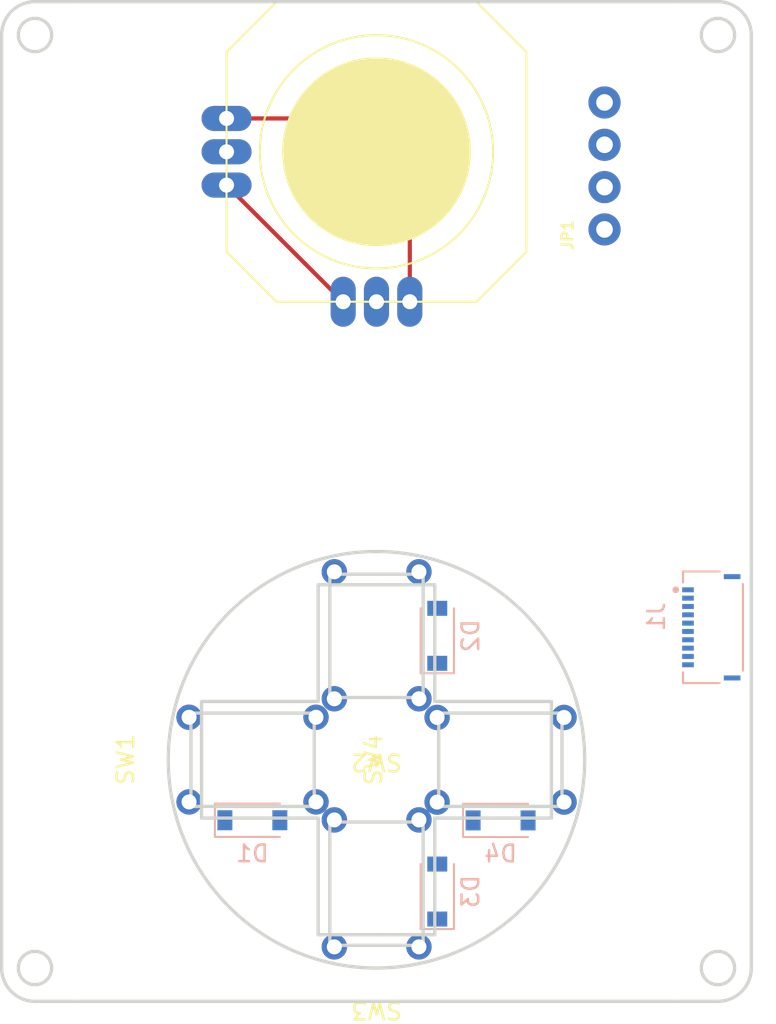
<source format=kicad_pcb>
(kicad_pcb (version 20211014) (generator pcbnew)
  (layers (0 "F.Cu" signal) (31 "B.Cu" signal) (34 "B.Paste" user) (35 "F.Paste" user) (36 "B.SilkS" user "B.Silkscreen") (37 "F.SilkS" user "F.Silkscreen") (38 "B.Mask" user) (39 "F.Mask" user) (44 "Edge.Cuts" user))
  (net 0 "")
  (net 1 "/Row2")
  (net 2 "Net-(D1-Pad2)")
  (net 3 "/Row1")
  (net 4 "Net-(D2-Pad2)")
  (net 5 "Net-(D3-Pad2)")
  (net 6 "Net-(D4-Pad2)")
  (net 7 "/Col0")
  (net 8 "/Col1")
  (net 9 "/Col2")
  (net 10 "/XOUT")
  (net 11 "3.3V")
  (net 12 "GND")
  (net 13 "/YOUT")
  (net 24 "Net-(J1-PadS1)")
  (footprint "Adafruit Mini Analog Thumbstick:1X04_ROUND_76" (layer "F.Cu") (at 156.76 89.2 90)
    (fp_text reference "JP1" (at -5.1562 -1.8288 90) (layer "F.SilkS") (effects (font (size 0.666496 0.666496) (thickness 0.146304)) (justify left bottom)))
    (fp_text value "")
    (pad "1" thru_hole circle (at -3.81 0 180) (size 1.9304 1.9304) (drill 1) (layers *.Cu *.Mask))
    (pad "2" thru_hole circle (at -1.27 0 180) (size 1.9304 1.9304) (drill 1) (layers *.Cu *.Mask))
    (pad "3" thru_hole circle (at 1.27 0 180) (size 1.9304 1.9304) (drill 1) (layers *.Cu *.Mask))
    (pad "4" thru_hole circle (at 3.81 0 180) (size 1.9304 1.9304) (drill 1) (layers *.Cu *.Mask))
  )
  (footprint "Adafruit_Thumbstick:JOYSTICK_ANALOG_MINITHM" (layer "F.Cu") (at 143.07 88.35 180)
    (fp_text reference "JOY1" (at 0 0) (layer "F.SilkS") (effects (font (size 1.27 1.27))))
    (fp_text value "JOYSTICK_ANALOG_XY")
    (fp_line (start -6 9) (end -9 6) (layer "F.SilkS") (width 0.127))
    (fp_line (start -6 -9) (end 6 -9) (layer "F.SilkS") (width 0.127))
    (fp_line (start -9 -6) (end -6 -9) (layer "F.SilkS") (width 0.127))
    (fp_line (start -9 6) (end -9 -6) (layer "F.SilkS") (width 0.127))
    (fp_line (start 6 9) (end -6 9) (layer "F.SilkS") (width 0.127))
    (fp_line (start 9 -6) (end 9 6) (layer "F.SilkS") (width 0.127))
    (fp_line (start 9 6) (end 6 9) (layer "F.SilkS") (width 0.127))
    (fp_line (start 6 -9) (end 9 -6) (layer "F.SilkS") (width 0.127))
    (fp_circle (center 0 0) (end 7 0) (layer "F.SilkS") (width 0.127) (fill none))
    (fp_poly (pts (xy 0.467692 -5.64421) (xy 0.932191 -5.58631) (xy 1.390321 -5.490251) (xy 1.838953 -5.356688) (xy 2.275024 -5.186532) (xy 2.695554 -4.980947) (xy 3.097671 -4.741338) (xy 3.478627 -4.46934) (xy 3.835821 -4.166812) (xy 4.166812 -3.835821) (xy 4.46934 -3.478627) (xy 4.741338 -3.097671) (xy 4.980947 -2.695554) (xy 5.186532 -2.275024) (xy 5.356688 -1.838953) (xy 5.490251 -1.390321) (xy 5.586581 -0.930903) (xy 5.663609 -0.001315) (xy 5.64421 0.467692) (xy 5.58631 0.932191) (xy 5.490251 1.390321) (xy 5.356688 1.838953) (xy 5.186532 2.275024) (xy 4.980947 2.695554) (xy 4.741338 3.097671) (xy 4.46934 3.478627) (xy 4.166812 3.835821) (xy 3.835821 4.166812) (xy 3.478627 4.46934) (xy 3.097671 4.741338) (xy 2.695554 4.980947) (xy 2.275024 5.186532) (xy 1.838953 5.356688) (xy 1.390321 5.490251) (xy 0.932191 5.58631) (xy 0.467692 5.64421) (xy 0 5.663554) (xy -0.467692 5.64421) (xy -0.932191 5.58631) (xy -1.390321 5.490251) (xy -1.838953 5.356688) (xy -2.275024 5.186532) (xy -2.695554 4.980947) (xy -3.097671 4.741338) (xy -3.478627 4.46934) (xy -3.835821 4.166812) (xy -4.166812 3.835821) (xy -4.46934 3.478627) (xy -4.741338 3.097671) (xy -4.980947 2.695554) (xy -5.186532 2.275024) (xy -5.356688 1.838953) (xy -5.490251 1.390321) (xy -5.58631 0.932191) (xy -5.64421 0.467692) (xy -5.663554 0) (xy -5.64421 -0.467692) (xy -5.58631 -0.932191) (xy -5.490251 -1.390321) (xy -5.356688 -1.838953) (xy -5.186532 -2.275024) (xy -4.980947 -2.695554) (xy -4.741338 -3.097671) (xy -4.46934 -3.478627) (xy -4.166812 -3.835821) (xy -3.835821 -4.166812) (xy -3.478627 -4.46934) (xy -3.097671 -4.741338) (xy -2.695554 -4.980947) (xy -2.275024 -5.186532) (xy -1.838953 -5.356688) (xy -1.390321 -5.490251) (xy -0.932191 -5.58631) (xy -0.467692 -5.64421) (xy 0 -5.663554)) (layer "F.SilkS") (width 0) (fill solid))
    (pad "" np_thru_hole circle (at -6 -6 180) (size 1.6 1.6) (drill 1.6) (layers *.Cu *.Mask))
    (pad "" np_thru_hole circle (at 6 6 180) (size 1.6 1.6) (drill 1.6) (layers *.Cu *.Mask))
    (pad "X" thru_hole oval (at 0 -9 270) (size 3 1.5) (drill 0.9) (layers *.Cu *.Mask) (net 10 "/XOUT"))
    (pad "X+" thru_hole oval (at 2 -9 270) (size 3 1.5) (drill 0.9) (layers *.Cu *.Mask) (net 11 "3.3V"))
    (pad "X-" thru_hole oval (at -2 -9 270) (size 3 1.5) (drill 0.9) (layers *.Cu *.Mask) (net 12 "GND"))
    (pad "Y" thru_hole oval (at 9 0 180) (size 3 1.5) (drill 0.9) (layers *.Cu *.Mask) (net 13 "/YOUT"))
    (pad "Y+" thru_hole oval (at 9 -2 180) (size 3 1.5) (drill 0.9) (layers *.Cu *.Mask) (net 11 "3.3V"))
    (pad "Y-" thru_hole oval (at 9 2 180) (size 3 1.5) (drill 0.9) (layers *.Cu *.Mask) (net 12 "GND"))
  )
  (footprint "KSA_Switch:KSA1M331LFT" (layer "F.Cu") (at 135.63 124.83 90)
    (fp_text reference "SW1" (at 0 -7.62 90 unlocked) (layer "F.SilkS"))
    (fp_text value "SW_SPST")
    (pad "1" thru_hole circle (at -2.54 -3.81 90) (size 1.524 1.524) (drill 0.9) (layers *.Cu *.Mask) (net 2 "Net-(D1-Pad2)"))
    (pad "1" thru_hole circle (at -2.54 3.81 90) (size 1.524 1.524) (drill 0.9) (layers *.Cu *.Mask) (net 2 "Net-(D1-Pad2)"))
    (pad "2" thru_hole circle (at 2.54 3.81 90) (size 1.524 1.524) (drill 0.9) (layers *.Cu *.Mask) (net 7 "/Col0"))
    (pad "2" thru_hole circle (at 2.54 -3.81 90) (size 1.524 1.524) (drill 0.9) (layers *.Cu *.Mask) (net 7 "/Col0"))
  )
  (footprint "KSA_Switch:KSA1M331LFT" (layer "F.Cu") (at 143.08 132.26 180)
    (fp_text reference "SW3" (at 0 -7.62 180 unlocked) (layer "F.SilkS"))
    (fp_text value "SW_SPST")
    (pad "1" thru_hole circle (at -2.54 -3.81 180) (size 1.524 1.524) (drill 0.9) (layers *.Cu *.Mask) (net 5 "Net-(D3-Pad2)"))
    (pad "1" thru_hole circle (at -2.54 3.81 180) (size 1.524 1.524) (drill 0.9) (layers *.Cu *.Mask) (net 5 "Net-(D3-Pad2)"))
    (pad "2" thru_hole circle (at 2.54 3.81 180) (size 1.524 1.524) (drill 0.9) (layers *.Cu *.Mask) (net 8 "/Col1"))
    (pad "2" thru_hole circle (at 2.54 -3.81 180) (size 1.524 1.524) (drill 0.9) (layers *.Cu *.Mask) (net 8 "/Col1"))
  )
  (footprint "KSA_Switch:KSA1M331LFT" (layer "F.Cu") (at 150.52 124.84 90)
    (fp_text reference "SW4" (at 0 -7.62 90 unlocked) (layer "F.SilkS"))
    (fp_text value "SW_SPST")
    (pad "1" thru_hole circle (at -2.54 -3.81 90) (size 1.524 1.524) (drill 0.9) (layers *.Cu *.Mask) (net 6 "Net-(D4-Pad2)"))
    (pad "1" thru_hole circle (at -2.54 3.81 90) (size 1.524 1.524) (drill 0.9) (layers *.Cu *.Mask) (net 6 "Net-(D4-Pad2)"))
    (pad "2" thru_hole circle (at 2.54 -3.81 90) (size 1.524 1.524) (drill 0.9) (layers *.Cu *.Mask) (net 9 "/Col2"))
    (pad "2" thru_hole circle (at 2.54 3.81 90) (size 1.524 1.524) (drill 0.9) (layers *.Cu *.Mask) (net 9 "/Col2"))
  )
  (footprint "KSA_Switch:KSA1M331LFT" (layer "F.Cu") (at 143.08 117.37 180)
    (fp_text reference "SW2" (at 0 -7.62 180 unlocked) (layer "F.SilkS"))
    (fp_text value "SW_SPST")
    (pad "1" thru_hole circle (at -2.54 3.81 180) (size 1.524 1.524) (drill 0.9) (layers *.Cu *.Mask) (net 4 "Net-(D2-Pad2)"))
    (pad "1" thru_hole circle (at -2.54 -3.81 180) (size 1.524 1.524) (drill 0.9) (layers *.Cu *.Mask) (net 4 "Net-(D2-Pad2)"))
    (pad "2" thru_hole circle (at 2.54 -3.81 180) (size 1.524 1.524) (drill 0.9) (layers *.Cu *.Mask) (net 8 "/Col1"))
    (pad "2" thru_hole circle (at 2.54 3.81 180) (size 1.524 1.524) (drill 0.9) (layers *.Cu *.Mask) (net 8 "/Col1"))
  )
  (footprint "5034801000:MOLEX_5034801000" (layer "B.Cu") (at 161.77 116.89 -90)
    (fp_text reference "J1" (at -0.635 1.905 90) (layer "B.SilkS") (effects (justify mirror)))
    (fp_text value "5034801000")
    (fp_line (start 2.7 0.3) (end 3.35 0.3) (layer "B.SilkS") (width 0.127))
    (fp_line (start -2.7 0.3) (end -3.35 0.3) (layer "B.SilkS") (width 0.127))
    (fp_line (start 3.35 0.3) (end 3.35 -1.9) (layer "B.SilkS") (width 0.127))
    (fp_line (start -3.35 0.3) (end -3.35 -1.9) (layer "B.SilkS") (width 0.127))
    (fp_line (start -2.6 -3.3) (end 2.6 -3.3) (layer "B.SilkS") (width 0.127))
    (fp_circle (center -2.255 0.735) (end -2.155 0.735) (layer "B.SilkS") (width 0.2) (fill none))
    (pad "1" smd rect locked (at -2.25 0 270) (size 0.3 0.7) (layers "B.Cu" "B.Paste" "B.Mask"))
    (pad "2" smd rect locked (at -1.75 0 270) (size 0.3 0.7) (layers "B.Cu" "B.Paste" "B.Mask"))
    (pad "3" smd rect locked (at -1.25 0 270) (size 0.3 0.7) (layers "B.Cu" "B.Paste" "B.Mask"))
    (pad "4" smd rect locked (at -0.75 0 270) (size 0.3 0.7) (layers "B.Cu" "B.Paste" "B.Mask"))
    (pad "5" smd rect locked (at -0.25 0 270) (size 0.3 0.7) (layers "B.Cu" "B.Paste" "B.Mask"))
    (pad "6" smd rect locked (at 0.25 0 270) (size 0.3 0.7) (layers "B.Cu" "B.Paste" "B.Mask"))
    (pad "7" smd rect locked (at 0.75 0 270) (size 0.3 0.7) (layers "B.Cu" "B.Paste" "B.Mask"))
    (pad "8" smd rect locked (at 1.25 0 270) (size 0.3 0.7) (layers "B.Cu" "B.Paste" "B.Mask"))
    (pad "9" smd rect locked (at 1.75 0 270) (size 0.3 0.7) (layers "B.Cu" "B.Paste" "B.Mask"))
    (pad "10" smd rect locked (at 2.25 0 270) (size 0.3 0.7) (layers "B.Cu" "B.Paste" "B.Mask"))
    (pad "S1" smd rect locked (at -3.04 -2.65 270) (size 0.3 1) (layers "B.Cu" "B.Paste" "B.Mask") (net 24 "Net-(J1-PadS1)"))
    (pad "S2" smd rect locked (at 3.04 -2.65 270) (size 0.3 1) (layers "B.Cu" "B.Paste" "B.Mask") (net 24 "Net-(J1-PadS1)"))
  )
  (footprint "Diode_SMD:D_SOD-123" (layer "B.Cu") (at 146.72 132.75 90)
    (fp_text reference "D3" (at 0 2 90) (layer "B.SilkS") (effects (justify mirror)))
    (fp_text value "D_Small")
    (fp_line (start -2.25 1) (end 1.65 1) (layer "B.SilkS") (width 0.12))
    (fp_line (start -2.25 -1) (end 1.65 -1) (layer "B.SilkS") (width 0.12))
    (fp_line (start -2.25 1) (end -2.25 -1) (layer "B.SilkS") (width 0.12))
    (pad "1" smd rect (at -1.65 0 90) (size 0.9 1.2) (layers "B.Cu" "B.Paste" "B.Mask") (net 1 "/Row2"))
    (pad "2" smd rect (at 1.65 0 90) (size 0.9 1.2) (layers "B.Cu" "B.Paste" "B.Mask") (net 5 "Net-(D3-Pad2)"))
  )
  (footprint "Diode_SMD:D_SOD-123" (layer "B.Cu") (at 146.72 117.4 90)
    (fp_text reference "D2" (at 0 2 90) (layer "B.SilkS") (effects (justify mirror)))
    (fp_text value "D_Small")
    (fp_line (start -2.25 1) (end -2.25 -1) (layer "B.SilkS") (width 0.12))
    (fp_line (start -2.25 1) (end 1.65 1) (layer "B.SilkS") (width 0.12))
    (fp_line (start -2.25 -1) (end 1.65 -1) (layer "B.SilkS") (width 0.12))
    (pad "1" smd rect (at -1.65 0 90) (size 0.9 1.2) (layers "B.Cu" "B.Paste" "B.Mask") (net 3 "/Row1"))
    (pad "2" smd rect (at 1.65 0 90) (size 0.9 1.2) (layers "B.Cu" "B.Paste" "B.Mask") (net 4 "Net-(D2-Pad2)"))
  )
  (footprint "Diode_SMD:D_SOD-123" (layer "B.Cu") (at 150.52 128.48)
    (fp_text reference "D4" (at 0 2) (layer "B.SilkS") (effects (justify mirror)))
    (fp_text value "D_Small")
    (fp_line (start -2.25 -1) (end 1.65 -1) (layer "B.SilkS") (width 0.12))
    (fp_line (start -2.25 1) (end 1.65 1) (layer "B.SilkS") (width 0.12))
    (fp_line (start -2.25 1) (end -2.25 -1) (layer "B.SilkS") (width 0.12))
    (pad "1" smd rect (at -1.65 0) (size 0.9 1.2) (layers "B.Cu" "B.Paste" "B.Mask") (net 1 "/Row2"))
    (pad "2" smd rect (at 1.65 0) (size 0.9 1.2) (layers "B.Cu" "B.Paste" "B.Mask") (net 6 "Net-(D4-Pad2)"))
  )
  (footprint "Diode_SMD:D_SOD-123" (layer "B.Cu") (at 135.62 128.47)
    (fp_text reference "D1" (at 0 2) (layer "B.SilkS") (effects (justify mirror)))
    (fp_text value "D_Small")
    (fp_line (start -2.25 1) (end 1.65 1) (layer "B.SilkS") (width 0.12))
    (fp_line (start -2.25 -1) (end 1.65 -1) (layer "B.SilkS") (width 0.12))
    (fp_line (start -2.25 1) (end -2.25 -1) (layer "B.SilkS") (width 0.12))
    (pad "1" smd rect (at -1.65 0) (size 0.9 1.2) (layers "B.Cu" "B.Paste" "B.Mask") (net 1 "/Row2"))
    (pad "2" smd rect (at 1.65 0) (size 0.9 1.2) (layers "B.Cu" "B.Paste" "B.Mask") (net 2 "Net-(D1-Pad2)"))
  )
  (gr_arc (start 165.57 137.34) (mid 164.984227 138.754245) (end 163.57 139.34) (layer "Edge.Cuts") (width 0.2))
  (gr_line (start 131.933166 127.6405) (end 131.933166 122.0395) (layer "Edge.Cuts") (width 0.2))
  (gr_line (start 125.07 139.34) (end 122.57 139.34) (layer "Edge.Cuts") (width 0.2))
  (gr_line (start 154.206834 127.6405) (end 146.806834 127.6405) (layer "Edge.Cuts") (width 0.2))
  (gr_circle (center 163.57 81.34) (end 164.57 81.34) (layer "Edge.Cuts") (width 0.2) (fill none))
  (gr_line (start 125.07 139.34) (end 161.07 139.34) (layer "Edge.Cuts") (width 0.2))
  (gr_line (start 146.57 128.34) (end 153.57 128.34) (layer "Edge.Cuts") (width 0.2))
  (gr_line (start 132.57 128.34) (end 139.57 128.34) (layer "Edge.Cuts") (width 0.2))
  (gr_line (start 139.57 128.34) (end 139.57 135.34) (layer "Edge.Cuts") (width 0.2))
  (gr_line (start 145.8705 135.976834) (end 140.2695 135.976834) (layer "Edge.Cuts") (width 0.2))
  (gr_line (start 165.57 137.34) (end 165.57 81.34) (layer "Edge.Cuts") (width 0.2))
  (gr_line (start 139.333166 122.0395) (end 139.333166 127.6405) (layer "Edge.Cuts") (width 0.2))
  (gr_line (start 146.806834 122.0395) (end 154.206834 122.0395) (layer "Edge.Cuts") (width 0.2))
  (gr_line (start 139.57 114.34) (end 139.57 121.34) (layer "Edge.Cuts") (width 0.2))
  (gr_arc (start 163.57 79.34) (mid 164.98421 79.925793) (end 165.57 81.34) (layer "Edge.Cuts") (width 0.2))
  (gr_line (start 161.07 79.34) (end 163.57 79.34) (layer "Edge.Cuts") (width 0.2))
  (gr_line (start 143.07 135.34) (end 139.57 135.34) (layer "Edge.Cuts") (width 0.2))
  (gr_line (start 146.57 128.34) (end 146.57 135.34) (layer "Edge.Cuts") (width 0.2))
  (gr_line (start 154.206834 122.0395) (end 154.206834 127.6405) (layer "Edge.Cuts") (width 0.2))
  (gr_line (start 132.57 124.84) (end 132.57 121.34) (layer "Edge.Cuts") (width 0.2))
  (gr_line (start 139.333166 127.6405) (end 131.933166 127.6405) (layer "Edge.Cuts") (width 0.2))
  (gr_line (start 143.07 114.34) (end 139.57 114.34) (layer "Edge.Cuts") (width 0.2))
  (gr_line (start 145.8705 128.576834) (end 145.8705 135.976834) (layer "Edge.Cuts") (width 0.2))
  (gr_arc (start 120.57 81.34) (mid 121.1558 79.925818) (end 122.57 79.34) (layer "Edge.Cuts") (width 0.2))
  (gr_arc (start 122.57 139.34) (mid 121.155783 138.75422) (end 120.57 137.34) (layer "Edge.Cuts") (width 0.2))
  (gr_line (start 146.57 121.34) (end 153.57 121.34) (layer "Edge.Cuts") (width 0.2))
  (gr_circle (center 122.57 81.34) (end 123.57 81.34) (layer "Edge.Cuts") (width 0.2) (fill none))
  (gr_line (start 146.57 114.34) (end 146.57 121.34) (layer "Edge.Cuts") (width 0.2))
  (gr_line (start 143.07 135.34) (end 146.57 135.34) (layer "Edge.Cuts") (width 0.2))
  (gr_line (start 153.57 124.84) (end 153.57 121.34) (layer "Edge.Cuts") (width 0.2))
  (gr_circle (center 143.07 124.84) (end 155.57 124.84) (layer "Edge.Cuts") (width 0.2) (fill none))
  (gr_circle (center 163.57 137.34) (end 164.57 137.34) (layer "Edge.Cuts") (width 0.2) (fill none))
  (gr_line (start 132.57 121.34) (end 139.57 121.34) (layer "Edge.Cuts") (width 0.2))
  (gr_line (start 145.8705 113.703166) (end 145.8705 121.103166) (layer "Edge.Cuts") (width 0.2))
  (gr_line (start 143.07 114.34) (end 146.57 114.34) (layer "Edge.Cuts") (width 0.2))
  (gr_line (start 120.57 81.34) (end 120.57 137.34) (layer "Edge.Cuts") (width 0.2))
  (gr_line (start 140.2695 121.103166) (end 140.2695 113.703166) (layer "Edge.Cuts") (width 0.2))
  (gr_line (start 140.2695 113.703166) (end 145.8705 113.703166) (layer "Edge.Cuts") (width 0.2))
  (gr_line (start 146.806834 127.6405) (end 146.806834 122.0395) (layer "Edge.Cuts") (width 0.2))
  (gr_line (start 132.57 124.84) (end 132.57 128.34) (layer "Edge.Cuts") (width 0.2))
  (gr_line (start 131.933166 122.0395) (end 139.333166 122.0395) (layer "Edge.Cuts") (width 0.2))
  (gr_line (start 140.2695 135.976834) (end 140.2695 128.576834) (layer "Edge.Cuts") (width 0.2))
  (gr_line (start 125.07 79.34) (end 122.57 79.34) (layer "Edge.Cuts") (width 0.2))
  (gr_line (start 145.8705 121.103166) (end 140.2695 121.103166) (layer "Edge.Cuts") (width 0.2))
  (gr_line (start 140.2695 128.576834) (end 145.8705 128.576834) (layer "Edge.Cuts") (width 0.2))
  (gr_line (start 161.07 139.34) (end 163.57 139.34) (layer "Edge.Cuts") (width 0.2))
  (gr_line (start 161.07 79.34) (end 125.07 79.34) (layer "Edge.Cuts") (width 0.2))
  (gr_circle (center 122.57 137.34) (end 123.57 137.34) (layer "Edge.Cuts") (width 0.2) (fill none))
  (gr_line (start 153.57 124.84) (end 153.57 128.34) (layer "Edge.Cuts") (width 0.2))
  (segment (start 134.07 90.35) (end 141.07 97.35) (width 0.25) (layer "F.Cu") (net 11))
  (segment (start 138.79 86.35) (end 134.07 86.35) (width 0.25) (layer "F.Cu") (net 12))
  (segment (start 145.07 97.35) (end 145.07 92.87) (width 0.25) (layer "F.Cu") (net 12))
  (segment (start 145.07 92.63) (end 145.07 92.87) (width 0.25) (layer "F.Cu") (net 12))
  (segment (start 138.79 86.35) (end 145.07 92.63) (width 0.25) (layer "F.Cu") (net 12))
)
</source>
